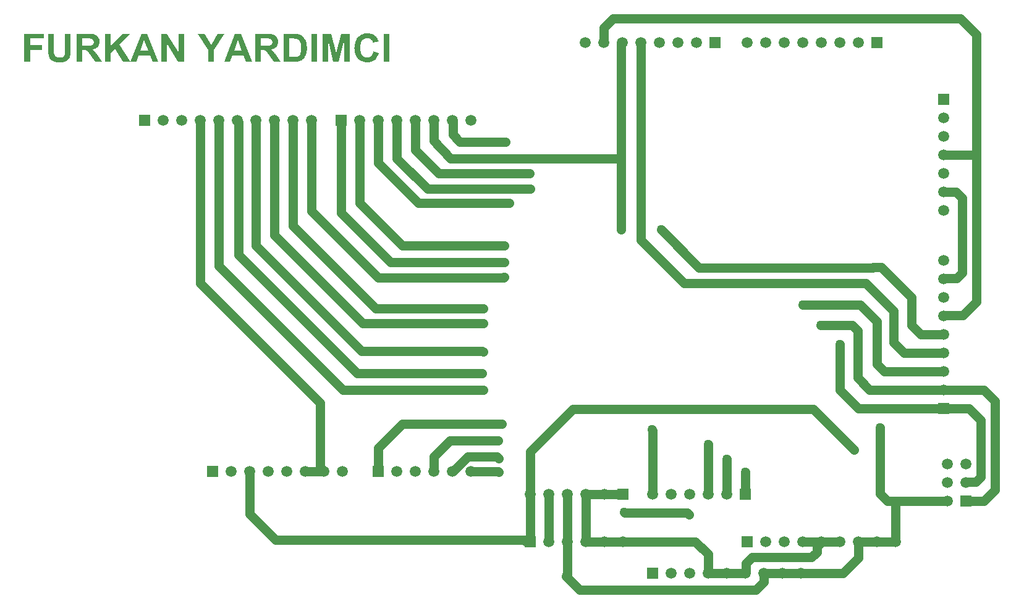
<source format=gbl>
G04*
G04 #@! TF.GenerationSoftware,Altium Limited,Altium Designer,21.0.9 (235)*
G04*
G04 Layer_Physical_Order=2*
G04 Layer_Color=16711680*
%FSLAX44Y44*%
%MOMM*%
G71*
G04*
G04 #@! TF.SameCoordinates,4DC3274F-E9D7-49BC-8B51-1643F64A7915*
G04*
G04*
G04 #@! TF.FilePolarity,Positive*
G04*
G01*
G75*
%ADD17C,1.2700*%
%ADD18R,1.5000X1.5000*%
%ADD19C,1.5000*%
%ADD20R,1.5000X1.5000*%
%ADD21C,1.2700*%
G36*
X596959Y893269D02*
X597570Y893214D01*
X598237Y893103D01*
X599014Y892991D01*
X599847Y892825D01*
X600736Y892603D01*
X601681Y892325D01*
X602625Y891992D01*
X603625Y891547D01*
X604569Y891103D01*
X605458Y890547D01*
X606402Y889881D01*
X607236Y889158D01*
X607291D01*
X607347Y889047D01*
X607513Y888881D01*
X607680Y888714D01*
X607902Y888436D01*
X608125Y888103D01*
X608736Y887325D01*
X609347Y886326D01*
X610013Y885103D01*
X610624Y883715D01*
X611180Y882104D01*
X603514Y880271D01*
Y880326D01*
X603458Y880382D01*
Y880548D01*
X603347Y880770D01*
X603181Y881270D01*
X602903Y881937D01*
X602514Y882715D01*
X602014Y883492D01*
X601347Y884270D01*
X600625Y884937D01*
X600514Y884992D01*
X600236Y885214D01*
X599792Y885492D01*
X599181Y885826D01*
X598403Y886159D01*
X597514Y886437D01*
X596515Y886659D01*
X595404Y886714D01*
X595015D01*
X594681Y886659D01*
X594348Y886603D01*
X593904Y886548D01*
X592959Y886326D01*
X591848Y885937D01*
X590682Y885381D01*
X590071Y885048D01*
X589515Y884659D01*
X588960Y884159D01*
X588460Y883604D01*
Y883548D01*
X588349Y883437D01*
X588238Y883270D01*
X588071Y882992D01*
X587849Y882659D01*
X587627Y882270D01*
X587404Y881770D01*
X587182Y881215D01*
X586904Y880548D01*
X586682Y879826D01*
X586460Y878993D01*
X586238Y878104D01*
X586071Y877104D01*
X585960Y876049D01*
X585905Y874882D01*
X585849Y873605D01*
Y873549D01*
Y873271D01*
Y872882D01*
X585905Y872438D01*
Y871827D01*
X586016Y871105D01*
X586071Y870383D01*
X586182Y869549D01*
X586516Y867827D01*
X586960Y866105D01*
X587238Y865272D01*
X587627Y864494D01*
X588015Y863772D01*
X588460Y863161D01*
X588515Y863106D01*
X588571Y863050D01*
X588738Y862884D01*
X588960Y862661D01*
X589515Y862217D01*
X590293Y861661D01*
X591237Y861050D01*
X592404Y860606D01*
X593737Y860217D01*
X594459Y860162D01*
X595237Y860106D01*
X595515D01*
X595737Y860162D01*
X596348Y860217D01*
X597070Y860328D01*
X597848Y860606D01*
X598736Y860939D01*
X599625Y861384D01*
X600514Y862050D01*
X600625Y862161D01*
X600903Y862439D01*
X601292Y862884D01*
X601736Y863550D01*
X602292Y864439D01*
X602792Y865494D01*
X603292Y866772D01*
X603736Y868272D01*
X611291Y865939D01*
Y865883D01*
X611235Y865661D01*
X611124Y865328D01*
X610957Y864883D01*
X610735Y864383D01*
X610513Y863772D01*
X610235Y863106D01*
X609902Y862383D01*
X609124Y860884D01*
X608125Y859328D01*
X606902Y857828D01*
X606236Y857162D01*
X605514Y856551D01*
X605458Y856495D01*
X605347Y856440D01*
X605125Y856273D01*
X604791Y856051D01*
X604403Y855829D01*
X603903Y855606D01*
X603347Y855329D01*
X602736Y855051D01*
X602014Y854718D01*
X601236Y854440D01*
X600403Y854218D01*
X599514Y853996D01*
X598570Y853773D01*
X597514Y853607D01*
X596459Y853551D01*
X595293Y853495D01*
X594959D01*
X594570Y853551D01*
X594015Y853607D01*
X593404Y853662D01*
X592626Y853773D01*
X591793Y853940D01*
X590849Y854162D01*
X589904Y854440D01*
X588904Y854773D01*
X587849Y855218D01*
X586793Y855717D01*
X585738Y856273D01*
X584682Y856995D01*
X583683Y857773D01*
X582738Y858717D01*
X582683Y858773D01*
X582516Y858939D01*
X582294Y859273D01*
X581960Y859662D01*
X581627Y860217D01*
X581183Y860828D01*
X580738Y861606D01*
X580294Y862495D01*
X579850Y863439D01*
X579405Y864494D01*
X578961Y865716D01*
X578628Y866994D01*
X578294Y868327D01*
X578072Y869827D01*
X577905Y871383D01*
X577850Y873049D01*
Y873105D01*
Y873160D01*
Y873493D01*
X577905Y873993D01*
Y874660D01*
X578017Y875438D01*
X578128Y876382D01*
X578239Y877382D01*
X578461Y878549D01*
X578739Y879715D01*
X579072Y880937D01*
X579461Y882159D01*
X579961Y883437D01*
X580516Y884659D01*
X581183Y885826D01*
X581905Y886936D01*
X582794Y887992D01*
X582849Y888047D01*
X583016Y888214D01*
X583294Y888492D01*
X583683Y888825D01*
X584183Y889214D01*
X584794Y889659D01*
X585460Y890158D01*
X586293Y890658D01*
X587182Y891158D01*
X588126Y891658D01*
X589238Y892103D01*
X590349Y892492D01*
X591626Y892825D01*
X592904Y893103D01*
X594348Y893269D01*
X595792Y893325D01*
X596459D01*
X596959Y893269D01*
D02*
G37*
G36*
X385203Y870272D02*
Y854162D01*
X377426D01*
Y870327D01*
X363372Y892603D01*
X372427D01*
X381481Y877382D01*
X390314Y892603D01*
X399257D01*
X385203Y870272D01*
D02*
G37*
G36*
X255550Y877604D02*
X270826Y854162D01*
X260772D01*
X250162Y872216D01*
X243884Y865772D01*
Y854162D01*
X236108D01*
Y892603D01*
X243884D01*
Y875493D01*
X259661Y892603D01*
X270104D01*
X255550Y877604D01*
D02*
G37*
G36*
X344207Y854162D02*
X336430D01*
X320821Y879493D01*
Y854162D01*
X313655D01*
Y892603D01*
X321154D01*
X337041Y866716D01*
Y892603D01*
X344207D01*
Y854162D01*
D02*
G37*
G36*
X571351D02*
X564185D01*
X564129Y884381D01*
X556574Y854162D01*
X549075D01*
X541520Y884381D01*
Y854162D01*
X534354D01*
Y892603D01*
X545964D01*
X552852Y866328D01*
X559685Y892603D01*
X571351D01*
Y854162D01*
D02*
G37*
G36*
X189112Y872327D02*
Y872271D01*
Y872049D01*
Y871660D01*
Y871216D01*
Y870660D01*
X189057Y869994D01*
Y869272D01*
Y868549D01*
X188946Y866939D01*
X188835Y865272D01*
X188779Y864550D01*
X188668Y863828D01*
X188557Y863161D01*
X188446Y862550D01*
Y862495D01*
X188390Y862439D01*
Y862272D01*
X188335Y862106D01*
X188168Y861550D01*
X187946Y860884D01*
X187612Y860106D01*
X187224Y859328D01*
X186724Y858495D01*
X186113Y857717D01*
X186057Y857606D01*
X185835Y857384D01*
X185446Y857051D01*
X184946Y856606D01*
X184279Y856106D01*
X183502Y855606D01*
X182613Y855051D01*
X181613Y854606D01*
X181558D01*
X181502Y854551D01*
X181335Y854495D01*
X181113Y854440D01*
X180835Y854329D01*
X180502Y854218D01*
X180058Y854107D01*
X179613Y854051D01*
X178558Y853829D01*
X177280Y853607D01*
X175836Y853495D01*
X174225Y853440D01*
X173336D01*
X172836Y853495D01*
X172336D01*
X171725Y853551D01*
X171114Y853607D01*
X169781Y853718D01*
X168392Y853940D01*
X167003Y854273D01*
X166392Y854440D01*
X165837Y854662D01*
X165781D01*
X165726Y854718D01*
X165393Y854884D01*
X164837Y855162D01*
X164226Y855551D01*
X163504Y856051D01*
X162726Y856606D01*
X162004Y857273D01*
X161337Y857995D01*
X161282Y858106D01*
X161060Y858328D01*
X160782Y858773D01*
X160449Y859328D01*
X160115Y859939D01*
X159726Y860661D01*
X159449Y861439D01*
X159171Y862272D01*
Y862328D01*
X159115Y862439D01*
Y862606D01*
X159060Y862884D01*
X159004Y863217D01*
X158949Y863661D01*
X158893Y864161D01*
X158838Y864717D01*
X158727Y865383D01*
X158671Y866105D01*
X158616Y866883D01*
X158560Y867772D01*
X158504Y868716D01*
Y869772D01*
X158449Y870883D01*
Y872049D01*
Y892603D01*
X166226D01*
Y871716D01*
Y871660D01*
Y871494D01*
Y871272D01*
Y870938D01*
Y870494D01*
Y870049D01*
X166281Y869050D01*
Y867939D01*
X166337Y866883D01*
X166392Y866383D01*
Y865939D01*
X166448Y865605D01*
X166504Y865272D01*
Y865161D01*
X166615Y864883D01*
X166781Y864439D01*
X167003Y863883D01*
X167281Y863272D01*
X167726Y862661D01*
X168226Y861995D01*
X168837Y861439D01*
X168948Y861384D01*
X169170Y861217D01*
X169614Y860995D01*
X170170Y860773D01*
X170947Y860495D01*
X171836Y860273D01*
X172836Y860106D01*
X174003Y860050D01*
X174558D01*
X175114Y860106D01*
X175836Y860217D01*
X176669Y860384D01*
X177447Y860606D01*
X178280Y860939D01*
X178947Y861384D01*
X179002Y861439D01*
X179224Y861606D01*
X179502Y861884D01*
X179835Y862272D01*
X180169Y862772D01*
X180502Y863328D01*
X180780Y863939D01*
X180947Y864661D01*
Y864772D01*
X181002Y865050D01*
X181058Y865550D01*
X181169Y866217D01*
Y866661D01*
X181224Y867161D01*
Y867716D01*
X181280Y868272D01*
Y868938D01*
X181335Y869660D01*
Y870438D01*
Y871272D01*
Y892603D01*
X189112D01*
Y872327D01*
D02*
G37*
G36*
X625512Y854162D02*
X617735D01*
Y892603D01*
X625512D01*
Y854162D01*
D02*
G37*
G36*
X527022D02*
X519245D01*
Y892603D01*
X527022D01*
Y854162D01*
D02*
G37*
G36*
X496525Y892547D02*
X497580Y892492D01*
X498747Y892436D01*
X499969Y892269D01*
X501135Y892103D01*
X502191Y891825D01*
X502247D01*
X502358Y891769D01*
X502524Y891714D01*
X502747Y891658D01*
X503413Y891380D01*
X504191Y890992D01*
X505080Y890492D01*
X506079Y889881D01*
X507024Y889158D01*
X507968Y888270D01*
X508024D01*
X508079Y888159D01*
X508357Y887825D01*
X508801Y887270D01*
X509301Y886548D01*
X509912Y885659D01*
X510523Y884603D01*
X511134Y883381D01*
X511634Y882048D01*
Y881993D01*
X511690Y881881D01*
X511746Y881659D01*
X511857Y881382D01*
X511912Y881048D01*
X512023Y880604D01*
X512134Y880104D01*
X512301Y879548D01*
X512412Y878937D01*
X512523Y878215D01*
X512634Y877493D01*
X512690Y876660D01*
X512857Y874938D01*
X512912Y872993D01*
Y872938D01*
Y872771D01*
Y872549D01*
Y872216D01*
X512857Y871771D01*
Y871327D01*
X512801Y870771D01*
X512746Y870161D01*
X512634Y868883D01*
X512412Y867550D01*
X512079Y866161D01*
X511690Y864828D01*
Y864772D01*
X511634Y864661D01*
X511523Y864439D01*
X511412Y864106D01*
X511301Y863772D01*
X511079Y863383D01*
X510635Y862383D01*
X510079Y861328D01*
X509357Y860162D01*
X508524Y859051D01*
X507579Y857995D01*
X507468Y857884D01*
X507191Y857662D01*
X506746Y857328D01*
X506135Y856884D01*
X505357Y856384D01*
X504468Y855884D01*
X503358Y855384D01*
X502135Y854940D01*
X502080D01*
X502024Y854884D01*
X501858D01*
X501691Y854829D01*
X501080Y854718D01*
X500302Y854551D01*
X499358Y854384D01*
X498191Y854273D01*
X496803Y854218D01*
X495303Y854162D01*
X480749D01*
Y892603D01*
X496081D01*
X496525Y892547D01*
D02*
G37*
G36*
X459807D02*
X460418D01*
X461029Y892492D01*
X461751D01*
X463195Y892325D01*
X464695Y892158D01*
X466084Y891880D01*
X466695Y891714D01*
X467250Y891547D01*
X467306D01*
X467361Y891492D01*
X467695Y891325D01*
X468195Y891047D01*
X468861Y890714D01*
X469583Y890158D01*
X470305Y889547D01*
X471028Y888770D01*
X471694Y887825D01*
Y887770D01*
X471750Y887714D01*
X471861Y887548D01*
X471972Y887381D01*
X472250Y886825D01*
X472583Y886103D01*
X472861Y885214D01*
X473138Y884215D01*
X473361Y883048D01*
X473416Y881826D01*
Y881770D01*
Y881659D01*
Y881382D01*
X473361Y881104D01*
Y880715D01*
X473305Y880326D01*
X473083Y879326D01*
X472805Y878160D01*
X472361Y876993D01*
X471694Y875771D01*
X471305Y875216D01*
X470861Y874660D01*
X470805Y874604D01*
X470750Y874549D01*
X470583Y874382D01*
X470361Y874216D01*
X470139Y873993D01*
X469805Y873716D01*
X469417Y873438D01*
X468972Y873160D01*
X468472Y872827D01*
X467861Y872549D01*
X467250Y872271D01*
X466584Y871994D01*
X465806Y871716D01*
X465028Y871494D01*
X464195Y871272D01*
X463251Y871105D01*
X463306D01*
X463362Y871049D01*
X463695Y870827D01*
X464139Y870549D01*
X464695Y870161D01*
X465362Y869660D01*
X466028Y869161D01*
X466750Y868549D01*
X467361Y867883D01*
X467417Y867827D01*
X467695Y867550D01*
X468028Y867105D01*
X468528Y866439D01*
X469194Y865605D01*
X469528Y865050D01*
X469917Y864494D01*
X470361Y863883D01*
X470805Y863217D01*
X471305Y862439D01*
X471805Y861661D01*
X476527Y854162D01*
X467195D01*
X461640Y862495D01*
X461584Y862550D01*
X461529Y862717D01*
X461362Y862939D01*
X461140Y863217D01*
X460918Y863550D01*
X460640Y863995D01*
X460029Y864883D01*
X459306Y865883D01*
X458640Y866772D01*
X458029Y867605D01*
X457751Y867883D01*
X457529Y868161D01*
X457473Y868216D01*
X457362Y868327D01*
X457140Y868549D01*
X456862Y868827D01*
X456474Y869050D01*
X456085Y869327D01*
X455640Y869549D01*
X455196Y869772D01*
X455140D01*
X454974Y869827D01*
X454696Y869938D01*
X454252Y869994D01*
X453696Y870105D01*
X453029Y870161D01*
X452252Y870216D01*
X449752D01*
Y854162D01*
X441975D01*
Y892603D01*
X459306D01*
X459807Y892547D01*
D02*
G37*
G36*
X437809Y854162D02*
X429421D01*
X426088Y862884D01*
X410645D01*
X407479Y854162D01*
X399257D01*
X414145Y892603D01*
X422366D01*
X437809Y854162D01*
D02*
G37*
G36*
X309489D02*
X301101D01*
X297768Y862884D01*
X282325D01*
X279158Y854162D01*
X270937D01*
X285825Y892603D01*
X294046D01*
X309489Y854162D01*
D02*
G37*
G36*
X215165Y892547D02*
X215776D01*
X216387Y892492D01*
X217109D01*
X218554Y892325D01*
X220054Y892158D01*
X221442Y891880D01*
X222053Y891714D01*
X222609Y891547D01*
X222664D01*
X222720Y891492D01*
X223053Y891325D01*
X223553Y891047D01*
X224220Y890714D01*
X224942Y890158D01*
X225664Y889547D01*
X226386Y888770D01*
X227053Y887825D01*
Y887770D01*
X227108Y887714D01*
X227220Y887548D01*
X227331Y887381D01*
X227608Y886825D01*
X227942Y886103D01*
X228219Y885214D01*
X228497Y884215D01*
X228719Y883048D01*
X228775Y881826D01*
Y881770D01*
Y881659D01*
Y881382D01*
X228719Y881104D01*
Y880715D01*
X228664Y880326D01*
X228442Y879326D01*
X228164Y878160D01*
X227719Y876993D01*
X227053Y875771D01*
X226664Y875216D01*
X226220Y874660D01*
X226164Y874604D01*
X226108Y874549D01*
X225942Y874382D01*
X225720Y874216D01*
X225497Y873993D01*
X225164Y873716D01*
X224775Y873438D01*
X224331Y873160D01*
X223831Y872827D01*
X223220Y872549D01*
X222609Y872271D01*
X221942Y871994D01*
X221165Y871716D01*
X220387Y871494D01*
X219554Y871272D01*
X218609Y871105D01*
X218665D01*
X218720Y871049D01*
X219054Y870827D01*
X219498Y870549D01*
X220054Y870161D01*
X220720Y869660D01*
X221387Y869161D01*
X222109Y868549D01*
X222720Y867883D01*
X222775Y867827D01*
X223053Y867550D01*
X223386Y867105D01*
X223887Y866439D01*
X224553Y865605D01*
X224886Y865050D01*
X225275Y864494D01*
X225720Y863883D01*
X226164Y863217D01*
X226664Y862439D01*
X227164Y861661D01*
X231886Y854162D01*
X222553D01*
X216998Y862495D01*
X216943Y862550D01*
X216887Y862717D01*
X216721Y862939D01*
X216498Y863217D01*
X216276Y863550D01*
X215998Y863995D01*
X215387Y864883D01*
X214665Y865883D01*
X213999Y866772D01*
X213388Y867605D01*
X213110Y867883D01*
X212888Y868161D01*
X212832Y868216D01*
X212721Y868327D01*
X212499Y868549D01*
X212221Y868827D01*
X211832Y869050D01*
X211443Y869327D01*
X210999Y869549D01*
X210555Y869772D01*
X210499D01*
X210332Y869827D01*
X210055Y869938D01*
X209610Y869994D01*
X209055Y870105D01*
X208388Y870161D01*
X207610Y870216D01*
X205111D01*
Y854162D01*
X197334D01*
Y892603D01*
X214665D01*
X215165Y892547D01*
D02*
G37*
G36*
X152116Y886103D02*
X133507D01*
Y876993D01*
X149561D01*
Y870494D01*
X133507D01*
Y854162D01*
X125730D01*
Y892603D01*
X152116D01*
Y886103D01*
D02*
G37*
%LPC*%
G36*
X493581D02*
X488526D01*
Y860661D01*
X495358D01*
X496081Y860717D01*
X496858D01*
X497636Y860828D01*
X498358Y860884D01*
X498969Y860995D01*
X499080D01*
X499302Y861106D01*
X499636Y861217D01*
X500080Y861384D01*
X500580Y861606D01*
X501080Y861884D01*
X501580Y862217D01*
X502080Y862606D01*
X502135Y862661D01*
X502302Y862828D01*
X502524Y863106D01*
X502802Y863494D01*
X503080Y863995D01*
X503469Y864605D01*
X503746Y865383D01*
X504080Y866272D01*
Y866328D01*
X504135Y866383D01*
Y866550D01*
X504191Y866772D01*
X504302Y866994D01*
X504357Y867327D01*
X504524Y868161D01*
X504635Y869161D01*
X504802Y870327D01*
X504857Y871771D01*
X504913Y873327D01*
Y873382D01*
Y873549D01*
Y873771D01*
Y874049D01*
Y874438D01*
X504857Y874882D01*
X504802Y875827D01*
X504691Y876938D01*
X504580Y878104D01*
X504357Y879160D01*
X504080Y880160D01*
Y880215D01*
X504024Y880271D01*
X503913Y880548D01*
X503746Y880993D01*
X503524Y881548D01*
X503191Y882104D01*
X502802Y882715D01*
X502358Y883326D01*
X501858Y883881D01*
X501802Y883937D01*
X501636Y884103D01*
X501302Y884326D01*
X500913Y884603D01*
X500358Y884937D01*
X499747Y885214D01*
X499080Y885492D01*
X498302Y885714D01*
X498247D01*
X497969Y885770D01*
X497525Y885826D01*
X496914Y885937D01*
X496525D01*
X496025Y885992D01*
X495525D01*
X494969Y886048D01*
X494303D01*
X493581Y886103D01*
D02*
G37*
G36*
X458640D02*
X449752D01*
Y876327D01*
X457307D01*
X458418Y876382D01*
X459584Y876438D01*
X460751Y876493D01*
X461251Y876549D01*
X461695Y876604D01*
X462140Y876715D01*
X462417Y876771D01*
X462473D01*
X462640Y876882D01*
X462917Y876993D01*
X463195Y877160D01*
X463917Y877660D01*
X464250Y877993D01*
X464584Y878382D01*
X464639Y878437D01*
X464695Y878604D01*
X464861Y878826D01*
X465028Y879160D01*
X465139Y879604D01*
X465306Y880104D01*
X465362Y880659D01*
X465417Y881270D01*
Y881382D01*
Y881604D01*
X465362Y881937D01*
X465306Y882381D01*
X465139Y882881D01*
X464973Y883381D01*
X464695Y883937D01*
X464362Y884381D01*
X464306Y884437D01*
X464195Y884603D01*
X463917Y884770D01*
X463584Y885048D01*
X463195Y885326D01*
X462695Y885548D01*
X462084Y885770D01*
X461417Y885937D01*
X461362D01*
X461195Y885992D01*
X460862D01*
X460362Y886048D01*
X459140D01*
X458640Y886103D01*
D02*
G37*
G36*
X418200Y883659D02*
X412978Y869383D01*
X423588D01*
X418200Y883659D01*
D02*
G37*
G36*
X289880D02*
X284658Y869383D01*
X295268D01*
X289880Y883659D01*
D02*
G37*
G36*
X213999Y886103D02*
X205111D01*
Y876327D01*
X212665D01*
X213776Y876382D01*
X214943Y876438D01*
X216110Y876493D01*
X216609Y876549D01*
X217054Y876604D01*
X217498Y876715D01*
X217776Y876771D01*
X217832D01*
X217998Y876882D01*
X218276Y876993D01*
X218554Y877160D01*
X219276Y877660D01*
X219609Y877993D01*
X219942Y878382D01*
X219998Y878437D01*
X220054Y878604D01*
X220220Y878826D01*
X220387Y879160D01*
X220498Y879604D01*
X220665Y880104D01*
X220720Y880659D01*
X220776Y881270D01*
Y881382D01*
Y881604D01*
X220720Y881937D01*
X220665Y882381D01*
X220498Y882881D01*
X220331Y883381D01*
X220054Y883937D01*
X219720Y884381D01*
X219665Y884437D01*
X219554Y884603D01*
X219276Y884770D01*
X218943Y885048D01*
X218554Y885326D01*
X218054Y885548D01*
X217443Y885770D01*
X216776Y885937D01*
X216721D01*
X216554Y885992D01*
X216221D01*
X215721Y886048D01*
X214499D01*
X213999Y886103D01*
D02*
G37*
%LPD*%
D17*
X943610Y878218D02*
X944880Y879488D01*
X970280Y609600D02*
Y880110D01*
X944880Y879488D02*
Y880110D01*
X709930Y721360D02*
X943610D01*
Y878218D01*
X367030Y549910D02*
X530860Y386080D01*
Y297802D02*
X535940Y292722D01*
X367030Y549910D02*
Y773430D01*
X530860Y292100D02*
X535940D01*
X530860Y297802D02*
Y386080D01*
X510540Y292100D02*
X530860D01*
X535940D02*
Y292722D01*
X392430Y574040D02*
X562610Y403860D01*
X392430Y574040D02*
Y773430D01*
X562610Y403860D02*
X754380D01*
X419100Y589280D02*
X581660Y426720D01*
X753110D01*
X419100Y589280D02*
Y771538D01*
X588010Y457200D02*
X753110D01*
X443230Y601980D02*
X588010Y457200D01*
X443230Y601980D02*
Y773430D01*
X468630Y615950D02*
Y773430D01*
X589280Y495300D02*
X754380D01*
X468630Y615950D02*
X589280Y495300D01*
X607060Y515620D02*
X754380D01*
X494030Y628650D02*
X607060Y515620D01*
X494030Y628650D02*
Y773430D01*
X519430Y648970D02*
Y773430D01*
X610870Y557530D02*
X782320D01*
X519430Y648970D02*
X610870Y557530D01*
X585470Y660400D02*
Y773430D01*
Y660400D02*
X643890Y601980D01*
X783590D01*
X610870Y715010D02*
Y773430D01*
Y715010D02*
X665480Y660400D01*
X789940D01*
X678180Y679450D02*
X819150D01*
X636270Y721360D02*
X678180Y679450D01*
X636270Y721360D02*
Y773430D01*
X661670Y732790D02*
X693420Y701040D01*
X661670Y732790D02*
Y773430D01*
X693420Y701040D02*
X817880D01*
X687070Y745490D02*
Y773430D01*
X690880Y740410D02*
Y741680D01*
Y740410D02*
X701053Y730237D01*
X687070Y745490D02*
X690880Y741680D01*
X701053Y730237D02*
X707390Y723900D01*
X709930Y721360D01*
X712910Y753940D02*
Y772990D01*
Y753940D02*
X722630Y744220D01*
X712470Y773430D02*
X712910Y772990D01*
X722630Y744220D02*
X784860D01*
X560070Y646430D02*
X627380Y579120D01*
X560070Y646430D02*
Y773430D01*
X627380Y579120D02*
X783590D01*
X943610Y623570D02*
Y721360D01*
X998220Y623570D02*
X1050290Y571500D01*
X970280Y609600D02*
X1029970Y549910D01*
X713092Y292100D02*
X733412Y312420D01*
X773430D01*
X775970Y309880D01*
X708660Y334010D02*
X774700D01*
X687070Y312420D02*
X708660Y334010D01*
X687070Y292100D02*
Y312420D01*
X643890Y356870D02*
X779780D01*
X610870Y323850D02*
X643890Y356870D01*
X610870Y292100D02*
Y323850D01*
X782320Y557530D02*
X783590Y558800D01*
X753110Y457200D02*
X754380Y455930D01*
X417830Y772808D02*
X419100Y771538D01*
X417830Y772808D02*
Y773430D01*
X986790Y260350D02*
Y347980D01*
X985520Y349250D02*
X986790Y347980D01*
X948690Y234950D02*
X1033780D01*
X947420Y236220D02*
X948690Y234950D01*
X1033780D02*
X1036320Y232410D01*
X1062990Y260350D02*
Y328930D01*
X712470Y292100D02*
X713092D01*
X1088390Y260350D02*
Y308610D01*
X1113790Y260350D02*
Y290830D01*
X737870Y292100D02*
X774700D01*
X775970Y290830D01*
X819150Y260350D02*
Y318770D01*
X877570Y377190D01*
X1206500D02*
X1262380Y321310D01*
X877570Y377190D02*
X1206500D01*
X819150Y195580D02*
Y260350D01*
X818000Y196730D02*
X819150Y195580D01*
X810590Y198120D02*
X811980Y196730D01*
X434340Y233680D02*
X469900Y198120D01*
X811980Y196730D02*
X818000D01*
X469900Y198120D02*
X810590D01*
X434340Y233680D02*
Y292100D01*
X869950Y195580D02*
Y260350D01*
X868045Y147955D02*
X869950Y149860D01*
Y195580D01*
X868045Y147955D02*
X886460Y129540D01*
X1127760D01*
X844550Y195580D02*
Y260350D01*
X920750D02*
X946150D01*
X895350D02*
X920750D01*
X1297940Y261620D02*
Y351790D01*
X1308100Y251460D02*
X1320800D01*
X1297940Y261620D02*
X1308100Y251460D01*
X1138750Y151960D02*
X1139190Y152400D01*
X1138750Y140530D02*
Y151960D01*
X1127760Y129540D02*
X1138750Y140530D01*
X1062550Y152840D02*
X1062990Y152400D01*
X1062550Y152840D02*
Y178240D01*
X1045210Y195580D02*
X1062550Y178240D01*
X946150Y195580D02*
X1045210D01*
X920750D02*
X946150D01*
X895350D02*
X920750D01*
X895350D02*
Y260350D01*
X1088390Y152400D02*
X1113790D01*
X1062990D02*
X1088390D01*
X1217930Y194958D02*
Y195580D01*
X1211400Y188427D02*
X1217930Y194958D01*
X1211400Y181430D02*
Y188427D01*
X1203960Y173990D02*
X1211400Y181430D01*
X1122680Y173990D02*
X1203960D01*
X1114230Y165540D02*
X1122680Y173990D01*
X1114230Y152840D02*
Y165540D01*
X1113790Y152400D02*
X1114230Y152840D01*
X1217930Y195580D02*
X1243330D01*
X1192530D02*
X1217930D01*
X1139190Y152400D02*
X1164590D01*
X1189990D01*
X1268290Y195140D02*
X1268730Y195580D01*
X1268290Y173550D02*
Y195140D01*
X1247140Y152400D02*
X1268290Y173550D01*
X1189990Y152400D02*
X1247140D01*
X1268730Y195580D02*
X1294130D01*
X1319530D01*
X1320800Y251460D02*
X1390650D01*
X1319530Y195580D02*
Y250190D01*
X1320800Y251460D01*
X1385570Y378460D02*
X1419860D01*
X1436370Y284740D02*
Y361950D01*
X1419860Y378460D02*
X1436370Y361950D01*
X1416490Y277300D02*
X1428931D01*
X1436370Y284740D01*
X1416050Y276860D02*
X1416490Y277300D01*
X1416050Y251460D02*
X1440180D01*
X1455420Y266700D02*
Y388620D01*
X1440180Y251460D02*
X1455420Y266700D01*
X1385570Y403860D02*
X1440180D01*
X1455420Y388620D01*
X1341120Y492760D02*
Y530860D01*
X919920Y900870D02*
X932180Y913130D01*
X919920Y880550D02*
Y900870D01*
X919480Y880110D02*
X919920Y880550D01*
X1299391Y572589D02*
X1341120Y530860D01*
X1288869Y572589D02*
X1299391D01*
X1287780Y571500D02*
X1288869Y572589D01*
X1050290Y571500D02*
X1287780D01*
X1341120Y492760D02*
X1353820Y480060D01*
X1385570D01*
X1316990Y468630D02*
Y511810D01*
X1278890Y549910D02*
X1316990Y511810D01*
Y468630D02*
X1330960Y454660D01*
X1029970Y549910D02*
X1278890D01*
X1330960Y454660D02*
X1385570D01*
X1192530Y520700D02*
X1271270D01*
X1294130Y439420D02*
Y497840D01*
X1271270Y520700D02*
X1294130Y497840D01*
X1304290Y429260D02*
X1385570D01*
X1294130Y439420D02*
X1304290Y429260D01*
X1267460Y420370D02*
Y485321D01*
X1260021Y492760D02*
X1267460Y485321D01*
X1216660Y492760D02*
X1260021D01*
X1283970Y403860D02*
X1385570D01*
X1267460Y420370D02*
X1283970Y403860D01*
X1268730Y378460D02*
X1385570D01*
X1243330Y403860D02*
X1268730Y378460D01*
X1243330Y403860D02*
Y466090D01*
X1410970Y564373D02*
Y666750D01*
X1385570Y556260D02*
X1386010Y556700D01*
X1403297D01*
X1410970Y564373D01*
X1402520Y675200D02*
X1410970Y666750D01*
X1386010Y675200D02*
X1402520D01*
X1385570Y675640D02*
X1386010Y675200D01*
X1430020Y726440D02*
Y891540D01*
Y524510D02*
Y726440D01*
X1385570D02*
X1430020D01*
X1385570Y505460D02*
X1386010Y505900D01*
X1411410D01*
X1430020Y524510D01*
X932180Y913130D02*
X1408430D01*
X1430020Y891540D01*
D18*
X560070Y773430D02*
D03*
X1113790Y260350D02*
D03*
X1294130Y880110D02*
D03*
X1116330Y195580D02*
D03*
X1071880Y880110D02*
D03*
X986790Y152400D02*
D03*
X819150Y195580D02*
D03*
X946150Y260350D02*
D03*
X610870Y292100D02*
D03*
X383540D02*
D03*
X290830Y773430D02*
D03*
D19*
X585470D02*
D03*
X610870D02*
D03*
X636270D02*
D03*
X661670D02*
D03*
X687070D02*
D03*
X712470D02*
D03*
X737870D02*
D03*
X986790Y260350D02*
D03*
X1012190D02*
D03*
X1037590D02*
D03*
X1062990D02*
D03*
X1088390D02*
D03*
X1116330Y880110D02*
D03*
X1141730D02*
D03*
X1167130D02*
D03*
X1192530D02*
D03*
X1217930D02*
D03*
X1243330D02*
D03*
X1268730D02*
D03*
X1141730Y195580D02*
D03*
X1319530D02*
D03*
X1294130D02*
D03*
X1268730D02*
D03*
X1243330D02*
D03*
X1217930D02*
D03*
X1192530D02*
D03*
X1167130D02*
D03*
X1390650Y302260D02*
D03*
X1416050D02*
D03*
X1390650Y276860D02*
D03*
X1416050D02*
D03*
X1390650Y251460D02*
D03*
X1385570Y403860D02*
D03*
Y581660D02*
D03*
Y556260D02*
D03*
Y530860D02*
D03*
Y505460D02*
D03*
Y480060D02*
D03*
Y454660D02*
D03*
Y429260D02*
D03*
X894080Y880110D02*
D03*
X919480D02*
D03*
X944880D02*
D03*
X970280D02*
D03*
X995680D02*
D03*
X1021080D02*
D03*
X1046480D02*
D03*
X1012190Y152400D02*
D03*
X1189990D02*
D03*
X1164590D02*
D03*
X1139190D02*
D03*
X1113790D02*
D03*
X1088390D02*
D03*
X1062990D02*
D03*
X1037590D02*
D03*
X1385570Y751840D02*
D03*
Y777240D02*
D03*
Y726440D02*
D03*
Y701040D02*
D03*
Y675640D02*
D03*
Y650240D02*
D03*
X946150Y195580D02*
D03*
X920750D02*
D03*
X895350D02*
D03*
X869950D02*
D03*
X844550D02*
D03*
X819150Y260350D02*
D03*
X844550D02*
D03*
X869950D02*
D03*
X895350D02*
D03*
X920750D02*
D03*
X737870Y292100D02*
D03*
X712470D02*
D03*
X687070D02*
D03*
X661670D02*
D03*
X636270D02*
D03*
X561340D02*
D03*
X535940D02*
D03*
X510540D02*
D03*
X485140D02*
D03*
X459740D02*
D03*
X434340D02*
D03*
X408940D02*
D03*
X316230Y773430D02*
D03*
X367030D02*
D03*
X392430D02*
D03*
X417830D02*
D03*
X443230D02*
D03*
X468630D02*
D03*
X494030D02*
D03*
X519430D02*
D03*
X341630D02*
D03*
D20*
X1416050Y251460D02*
D03*
X1385570Y378460D02*
D03*
Y802640D02*
D03*
D21*
X783590Y601980D02*
D03*
X789940Y660400D02*
D03*
X784860Y744220D02*
D03*
X943610Y721360D02*
D03*
X817880Y701040D02*
D03*
X998220Y623570D02*
D03*
X819150Y679450D02*
D03*
X943610Y623570D02*
D03*
X774700Y334010D02*
D03*
X779780Y356870D02*
D03*
X783590Y579120D02*
D03*
Y558800D02*
D03*
X754380Y515620D02*
D03*
Y495300D02*
D03*
X753110Y426720D02*
D03*
X754380Y455930D02*
D03*
Y403860D02*
D03*
X985520Y349250D02*
D03*
X947420Y236220D02*
D03*
X1036320Y232410D02*
D03*
X1062990Y328930D02*
D03*
X1088390Y308610D02*
D03*
X1113790Y290830D02*
D03*
X775970Y309880D02*
D03*
Y290830D02*
D03*
X868045Y147955D02*
D03*
X1262380Y321310D02*
D03*
X1297940Y351790D02*
D03*
X1192530Y520700D02*
D03*
X1216660Y492760D02*
D03*
X1243330Y466090D02*
D03*
M02*

</source>
